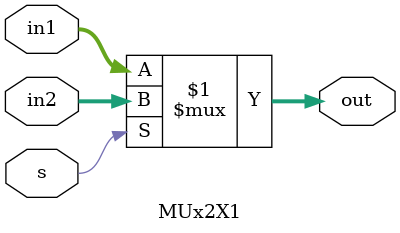
<source format=v>
`timescale 1ns / 1ps

module MUx2X1 #(parameter N=5)
(

input [N-1:0] in1 , in2 ,

input s , 

output  [N-1:0] out

);


assign out =s ? in2 :in1 ;

endmodule


</source>
